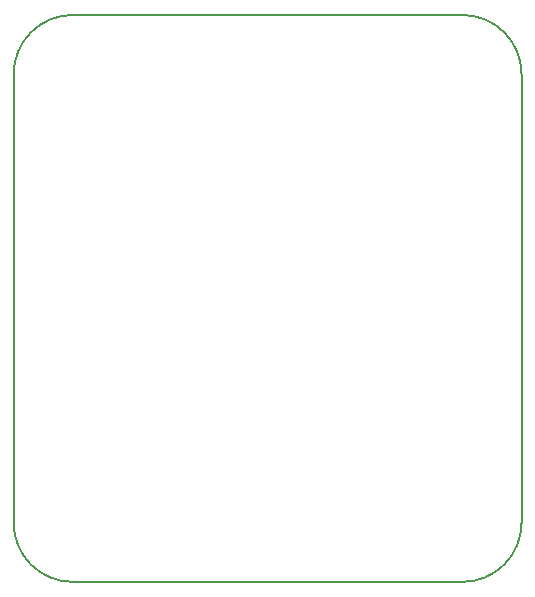
<source format=gbr>
%TF.GenerationSoftware,KiCad,Pcbnew,7.0.7*%
%TF.CreationDate,2024-02-09T14:01:24-05:00*%
%TF.ProjectId,DRV8873H_single_breakout,44525638-3837-4334-985f-73696e676c65,rev?*%
%TF.SameCoordinates,Original*%
%TF.FileFunction,Profile,NP*%
%FSLAX46Y46*%
G04 Gerber Fmt 4.6, Leading zero omitted, Abs format (unit mm)*
G04 Created by KiCad (PCBNEW 7.0.7) date 2024-02-09 14:01:24*
%MOMM*%
%LPD*%
G01*
G04 APERTURE LIST*
%TA.AperFunction,Profile*%
%ADD10C,0.150000*%
%TD*%
G04 APERTURE END LIST*
D10*
X157000000Y-132000000D02*
X124000000Y-132000000D01*
X162000000Y-89000000D02*
X162000000Y-127000000D01*
X124000000Y-84000000D02*
X157000000Y-84000000D01*
X119000000Y-127000000D02*
X119000000Y-89000000D01*
X119000002Y-127000000D02*
G75*
G03*
X124000000Y-132000000I4999998J-2D01*
G01*
X157000000Y-131999998D02*
G75*
G03*
X162000000Y-127000000I2J4999998D01*
G01*
X161999998Y-89000000D02*
G75*
G03*
X157000000Y-84000000I-4999998J2D01*
G01*
X124000000Y-84000002D02*
G75*
G03*
X119000000Y-89000000I-2J-4999998D01*
G01*
M02*

</source>
